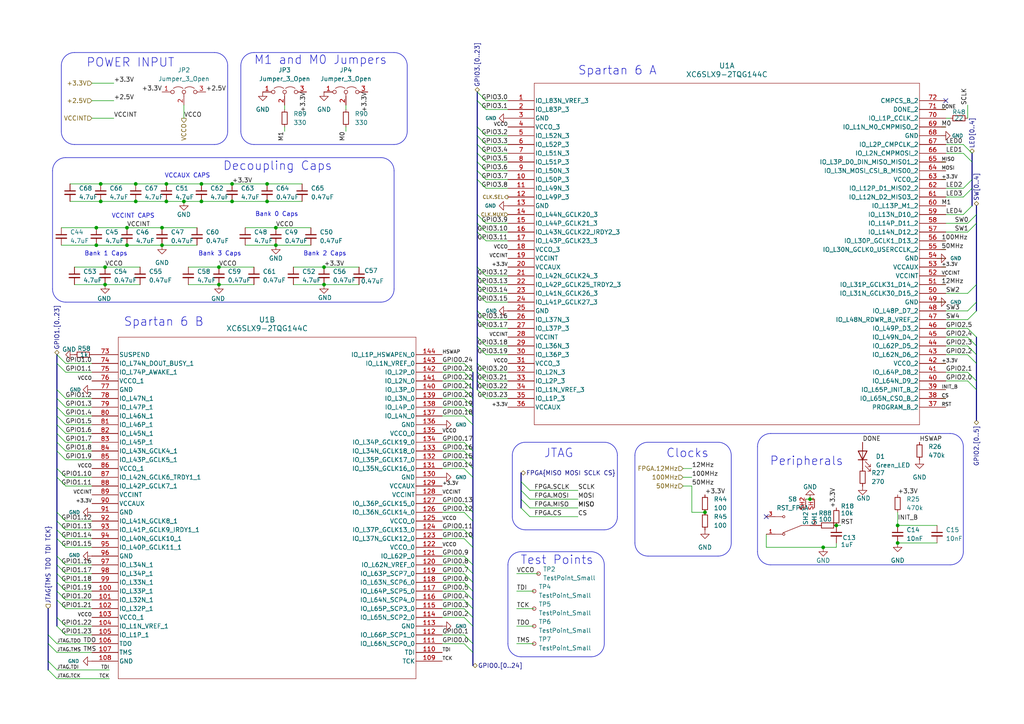
<source format=kicad_sch>
(kicad_sch (version 20250114) (generator "eeschema") (generator_version "9.0")
  (paper "A4")
  (title_block (title "Spartan 6 and Peripherals") (date "2025-08-27") (rev "V1.0"))
  (arc (start 171.45 160.02) (mid 174.1441 161.1359) (end 175.26 163.83))
  (arc (start 21.59 41.91) (mid 18.8959 40.7941) (end 17.78 38.1))
  (arc (start 152.4 153.67) (mid 149.7059 152.5541) (end 148.59 149.86))
  (arc (start 15.24 49.53) (mid 16.3559 46.8359) (end 19.05 45.72))
  (arc (start 62.23 15.24) (mid 64.9241 16.3559) (end 66.04 19.05))
  (arc (start 114.3 15.24) (mid 116.9941 16.3559) (end 118.11 19.05))
  (arc (start 151.13 190.5) (mid 148.4359 189.3841) (end 147.32 186.69))
  (arc (start 219.71 129.54) (mid 220.8259 126.8459) (end 223.52 125.73))
  (arc (start 179.07 149.86) (mid 177.9541 152.5541) (end 175.26 153.67))
  (arc (start 69.85 19.05) (mid 70.9659 16.3559) (end 73.66 15.24))
  (arc (start 223.52 163.83) (mid 220.8259 162.7141) (end 219.71 160.02))
  (arc (start 187.96 161.29) (mid 185.2659 160.1741) (end 184.15 157.48))
  (arc (start 148.59 132.08) (mid 149.7059 129.3859) (end 152.4 128.27))
  (arc (start 279.4 160.02) (mid 278.2841 162.7141) (end 275.59 163.83))
  (arc (start 184.15 132.08) (mid 185.2659 129.3859) (end 187.96 128.27))
  (arc (start 175.26 128.27) (mid 177.9541 129.3859) (end 179.07 132.08))
  (arc (start 66.04 38.1) (mid 64.9241 40.7941) (end 62.23 41.91))
  (arc (start 147.32 163.83) (mid 148.4359 161.1359) (end 151.13 160.02))
  (arc (start 208.28 128.27) (mid 210.9741 129.3859) (end 212.09 132.08))
  (arc (start 118.11 38.1) (mid 116.9941 40.7941) (end 114.3 41.91))
  (arc (start 212.09 157.48) (mid 210.9741 160.1741) (end 208.28 161.29))
  (arc (start 275.59 125.73) (mid 278.2841 126.8459) (end 279.4 129.54))
  (arc (start 19.05 87.63) (mid 16.3559 86.5141) (end 15.24 83.82))
  (arc (start 175.26 186.69) (mid 174.1441 189.3841) (end 171.45 190.5))
  (arc (start 73.66 41.91) (mid 70.9659 40.7941) (end 69.85 38.1))
  (arc (start 114.3 83.82) (mid 113.1841 86.5141) (end 110.49 87.63))
  (arc (start 110.49 45.72) (mid 113.1841 46.8359) (end 114.3 49.53))
  (arc (start 17.78 19.05) (mid 18.8959 16.3559) (end 21.59 15.24))
  (text "POWER INPUT" (at 37.846 18.288 0) (effects (font (size 2.5 2.5))))
  (text "VCCAUX CAPS" (at 54.356 51.054 0) (effects (font (size 1.27 1.27))))
  (text "Test Points" (at 161.544 162.56 0) (effects (font (size 2.5 2.5))))
  (text "Peripherals" (at 233.934 133.858 0) (effects (font (size 2.5 2.5))))
  (text "Bank 0 Caps" (at 80.264 62.23 0) (effects (font (size 1.27 1.27))))
  (text "Bank 2 Caps" (at 94.234 73.66 0) (effects (font (size 1.27 1.27))))
  (text "Bank 1 Caps" (at 30.734 73.66 0) (effects (font (size 1.27 1.27))))
  (text "Bank 3 Caps" (at 63.754 73.66 0) (effects (font (size 1.27 1.27))))
  (text "Decoupling Caps" (at 80.518 48.26 0) (effects (font (size 2.5 2.5))))
  (text "Spartan 6 A" (at 179.07 20.574 0) (effects (font (size 2.5 2.5))))
  (text "M1 and M0 Jumpers" (at 92.964 17.526 0) (effects (font (size 2.5 2.5))))
  (text "VCCINT CAPS" (at 38.608 62.738 0) (effects (font (size 1.27 1.27))))
  (text "Spartan 6 B\n" (at 47.498 93.472 0) (effects (font (size 2.5 2.5))))
  (text "Clocks" (at 199.39 131.572 0) (effects (font (size 2.5 2.5))))
  (text "JTAG" (at 162.052 131.572 0) (effects (font (size 2.5 2.5))))
  (junction (at 27.94 66.04))
  (junction (at 48.26 53.34))
  (junction (at 234.95 144.78))
  (junction (at 67.31 53.34))
  (junction (at 36.83 66.04))
  (junction (at 63.5 82.55))
  (junction (at 29.21 58.42))
  (junction (at 80.01 66.04))
  (junction (at 93.98 77.47))
  (junction (at 46.99 71.12))
  (junction (at 260.35 157.48))
  (junction (at 260.35 152.4))
  (junction (at 58.42 53.34))
  (junction (at 53.34 58.42))
  (junction (at 242.57 152.4))
  (junction (at 46.99 66.04))
  (junction (at 39.37 58.42))
  (junction (at 29.21 53.34))
  (junction (at 77.47 58.42))
  (junction (at 58.42 58.42))
  (junction (at 27.94 71.12))
  (junction (at 67.31 58.42))
  (junction (at 77.47 53.34))
  (junction (at 36.83 71.12))
  (junction (at 48.26 58.42))
  (junction (at 39.37 53.34))
  (junction (at 63.5 77.47))
  (junction (at 93.98 82.55))
  (junction (at 80.01 71.12))
  (junction (at 204.47 148.59))
  (junction (at 30.48 82.55))
  (junction (at 238.76 158.75))
  (junction (at 30.48 77.47))
  (no_connect (at 274.32 29.21))
  (no_connect (at 222.25 149.86))
  (bus_entry (at 283.21 82.55) (size -2.54 2.54))
  (bus_entry (at 137.16 120.65) (size -2.54 -2.54))
  (bus_entry (at 137.16 148.59) (size -2.54 -2.54))
  (bus_entry (at 16.51 153.67) (size 2.54 2.54))
  (bus_entry (at 137.16 133.35) (size -2.54 -2.54))
  (bus_entry (at 151.13 144.78) (size 2.54 2.54))
  (bus_entry (at 16.51 156.21) (size 2.54 2.54))
  (bus_entry (at 151.13 142.24) (size 2.54 2.54))
  (bus_entry (at 137.16 163.83) (size -2.54 -2.54))
  (bus_entry (at 283.21 87.63) (size -2.54 2.54))
  (bus_entry (at 138.43 52.07) (size 2.54 2.54))
  (bus_entry (at 137.16 151.13) (size -2.54 -2.54))
  (bus_entry (at 16.51 179.07) (size 2.54 2.54))
  (bus_entry (at 281.94 46.99) (size -2.54 -2.54))
  (bus_entry (at 138.43 67.31) (size 2.54 2.54))
  (bus_entry (at 138.43 80.01) (size 2.54 2.54))
  (bus_entry (at 138.43 85.09) (size 2.54 2.54))
  (bus_entry (at 16.51 151.13) (size 2.54 2.54))
  (bus_entry (at 138.43 49.53) (size 2.54 2.54))
  (bus_entry (at 16.51 135.89) (size 2.54 2.54))
  (bus_entry (at 137.16 156.21) (size -2.54 -2.54))
  (bus_entry (at 137.16 189.23) (size -2.54 -2.54))
  (bus_entry (at 16.51 168.91) (size 2.54 2.54))
  (bus_entry (at 138.43 92.71) (size 2.54 2.54))
  (bus_entry (at 137.16 107.95) (size -2.54 -2.54))
  (bus_entry (at 16.51 123.19) (size 2.54 2.54))
  (bus_entry (at 151.13 139.7) (size 2.54 2.54))
  (bus_entry (at 138.43 39.37) (size 2.54 2.54))
  (bus_entry (at 283.21 105.41) (size -2.54 -2.54))
  (bus_entry (at 16.51 171.45) (size 2.54 2.54))
  (bus_entry (at 138.43 41.91) (size 2.54 2.54))
  (bus_entry (at 281.94 59.69) (size -2.54 2.54))
  (bus_entry (at 137.16 171.45) (size -2.54 -2.54))
  (bus_entry (at 16.51 105.41) (size 2.54 2.54))
  (bus_entry (at 151.13 147.32) (size 2.54 2.54))
  (bus_entry (at 16.51 161.29) (size 2.54 2.54))
  (bus_entry (at 138.43 105.41) (size 2.54 2.54))
  (bus_entry (at 137.16 115.57) (size -2.54 -2.54))
  (bus_entry (at 137.16 135.89) (size -2.54 -2.54))
  (bus_entry (at 16.51 130.81) (size 2.54 2.54))
  (bus_entry (at 137.16 166.37) (size -2.54 -2.54))
  (bus_entry (at 138.43 113.03) (size 2.54 2.54))
  (bus_entry (at 137.16 138.43) (size -2.54 -2.54))
  (bus_entry (at 137.16 113.03) (size -2.54 -2.54))
  (bus_entry (at 137.16 118.11) (size -2.54 -2.54))
  (bus_entry (at 16.51 125.73) (size 2.54 2.54))
  (bus_entry (at 16.51 166.37) (size 2.54 2.54))
  (bus_entry (at 137.16 158.75) (size -2.54 -2.54))
  (bus_entry (at 16.51 128.27) (size 2.54 2.54))
  (bus_entry (at 138.43 62.23) (size 2.54 2.54))
  (bus_entry (at 137.16 168.91) (size -2.54 -2.54))
  (bus_entry (at 16.51 163.83) (size 2.54 2.54))
  (bus_entry (at 283.21 64.77) (size -2.54 2.54))
  (bus_entry (at 16.51 113.03) (size 2.54 2.54))
  (bus_entry (at 138.43 107.95) (size 2.54 2.54))
  (bus_entry (at 13.97 184.15) (size 2.54 2.54))
  (bus_entry (at 16.51 148.59) (size 2.54 2.54))
  (bus_entry (at 138.43 90.17) (size 2.54 2.54))
  (bus_entry (at 16.51 181.61) (size 2.54 2.54))
  (bus_entry (at 283.21 102.87) (size -2.54 -2.54))
  (bus_entry (at 281.94 52.07) (size -2.54 2.54))
  (bus_entry (at 16.51 102.87) (size 2.54 2.54))
  (bus_entry (at 13.97 191.77) (size 2.54 2.54))
  (bus_entry (at 138.43 82.55) (size 2.54 2.54))
  (bus_entry (at 137.16 186.69) (size -2.54 -2.54))
  (bus_entry (at 13.97 194.31) (size 2.54 2.54))
  (bus_entry (at 138.43 100.33) (size 2.54 2.54))
  (bus_entry (at 137.16 123.19) (size -2.54 -2.54))
  (bus_entry (at 16.51 173.99) (size 2.54 2.54))
  (bus_entry (at 283.21 100.33) (size -2.54 -2.54))
  (bus_entry (at 281.94 54.61) (size -2.54 2.54))
  (bus_entry (at 283.21 90.17) (size -2.54 2.54))
  (bus_entry (at 138.43 110.49) (size 2.54 2.54))
  (bus_entry (at 138.43 97.79) (size 2.54 2.54))
  (bus_entry (at 16.51 138.43) (size 2.54 2.54))
  (bus_entry (at 138.43 44.45) (size 2.54 2.54))
  (bus_entry (at 137.16 181.61) (size -2.54 -2.54))
  (bus_entry (at 138.43 46.99) (size 2.54 2.54))
  (bus_entry (at 283.21 113.03) (size -2.54 -2.54))
  (bus_entry (at 283.21 110.49) (size -2.54 -2.54))
  (bus_entry (at 137.16 179.07) (size -2.54 -2.54))
  (bus_entry (at 138.43 36.83) (size 2.54 2.54))
  (bus_entry (at 138.43 77.47) (size 2.54 2.54))
  (bus_entry (at 137.16 176.53) (size -2.54 -2.54))
  (bus_entry (at 16.51 120.65) (size 2.54 2.54))
  (bus_entry (at 13.97 186.69) (size 2.54 2.54))
  (bus_entry (at 138.43 29.21) (size 2.54 2.54))
  (bus_entry (at 281.94 44.45) (size -2.54 -2.54))
  (bus_entry (at 16.51 115.57) (size 2.54 2.54))
  (bus_entry (at 283.21 62.23) (size -2.54 2.54))
  (bus_entry (at 283.21 97.79) (size -2.54 -2.54))
  (bus_entry (at 138.43 26.67) (size 2.54 2.54))
  (bus_entry (at 137.16 173.99) (size -2.54 -2.54))
  (bus_entry (at 137.16 110.49) (size -2.54 -2.54))
  (bus_entry (at 137.16 130.81) (size -2.54 -2.54))
  (bus_entry (at 138.43 64.77) (size 2.54 2.54))
  (bus_entry (at 16.51 118.11) (size 2.54 2.54))
  (wire (pts (xy 19.05 163.83) (xy 26.67 163.83)))
  (polyline (pts (xy 152.4 128.27) (xy 175.26 128.27)))
  (wire (pts (xy 128.27 133.35) (xy 134.62 133.35)))
  (wire (pts (xy 274.32 46.99) (xy 273.05 46.99)))
  (wire (pts (xy 274.32 31.75) (xy 273.05 31.75)))
  (wire (pts (xy 27.94 71.12) (xy 36.83 71.12)))
  (bus (pts (xy 16.51 153.67) (xy 16.51 156.21)))
  (bus (pts (xy 137.16 138.43) (xy 137.16 148.59)))
  (bus (pts (xy 283.21 100.33) (xy 283.21 102.87)))
  (bus (pts (xy 283.21 87.63) (xy 283.21 90.17)))
  (wire (pts (xy 149.86 166.37) (xy 156.21 166.37)))
  (bus (pts (xy 138.43 49.53) (xy 138.43 52.07)))
  (wire (pts (xy 274.32 92.71) (xy 280.67 92.71)))
  (bus (pts (xy 137.16 120.65) (xy 137.16 123.19)))
  (wire (pts (xy 140.97 49.53) (xy 147.32 49.53)))
  (wire (pts (xy 128.27 110.49) (xy 134.62 110.49)))
  (bus (pts (xy 16.51 171.45) (xy 16.51 173.99)))
  (wire (pts (xy 140.97 44.45) (xy 147.32 44.45)))
  (bus (pts (xy 137.16 168.91) (xy 137.16 171.45)))
  (bus (pts (xy 151.13 139.7) (xy 151.13 142.24)))
  (wire (pts (xy 134.62 146.05) (xy 128.27 146.05)))
  (polyline (pts (xy 179.07 132.08) (xy 179.07 149.86)))
  (wire (pts (xy 128.27 166.37) (xy 134.62 166.37)))
  (bus (pts (xy 138.43 26.67) (xy 138.43 29.21)))
  (wire (pts (xy 274.32 34.29) (xy 275.59 34.29)))
  (bus (pts (xy 16.51 123.19) (xy 16.51 125.73)))
  (polyline (pts (xy 175.26 163.83) (xy 175.26 186.69)))
  (bus (pts (xy 16.51 118.11) (xy 16.51 120.65)))
  (wire (pts (xy 274.32 64.77) (xy 280.67 64.77)))
  (wire (pts (xy 82.55 30.48) (xy 82.55 31.75)))
  (bus (pts (xy 137.16 135.89) (xy 137.16 138.43)))
  (polyline (pts (xy 151.13 160.02) (xy 171.45 160.02)))
  (bus (pts (xy 283.21 110.49) (xy 283.21 113.03)))
  (wire (pts (xy 274.32 102.87) (xy 280.67 102.87)))
  (bus (pts (xy 16.51 135.89) (xy 16.51 138.43)))
  (polyline (pts (xy 15.24 49.53) (xy 15.24 83.82)))
  (bus (pts (xy 16.51 163.83) (xy 16.51 166.37)))
  (bus (pts (xy 151.13 137.16) (xy 151.13 139.7)))
  (wire (pts (xy 19.05 123.19) (xy 26.67 123.19)))
  (wire (pts (xy 274.32 80.01) (xy 273.05 80.01)))
  (bus (pts (xy 137.16 179.07) (xy 137.16 181.61)))
  (wire (pts (xy 140.97 31.75) (xy 147.32 31.75)))
  (wire (pts (xy 128.27 118.11) (xy 134.62 118.11)))
  (bus (pts (xy 13.97 191.77) (xy 13.97 194.31)))
  (wire (pts (xy 19.05 173.99) (xy 26.67 173.99)))
  (wire (pts (xy 260.35 148.59) (xy 260.35 152.4)))
  (bus (pts (xy 138.43 29.21) (xy 138.43 36.83)))
  (wire (pts (xy 48.26 58.42) (xy 53.34 58.42)))
  (bus (pts (xy 138.43 80.01) (xy 138.43 82.55)))
  (bus (pts (xy 138.43 46.99) (xy 138.43 49.53)))
  (wire (pts (xy 20.32 58.42) (xy 29.21 58.42)))
  (wire (pts (xy 149.86 186.69) (xy 154.94 186.69)))
  (bus (pts (xy 16.51 105.41) (xy 16.51 113.03)))
  (wire (pts (xy 274.32 118.11) (xy 273.05 118.11)))
  (bus (pts (xy 16.51 151.13) (xy 16.51 153.67)))
  (bus (pts (xy 137.16 176.53) (xy 137.16 179.07)))
  (wire (pts (xy 19.05 140.97) (xy 26.67 140.97)))
  (wire (pts (xy 274.32 85.09) (xy 280.67 85.09)))
  (bus (pts (xy 137.16 181.61) (xy 137.16 186.69)))
  (wire (pts (xy 19.05 176.53) (xy 26.67 176.53)))
  (wire (pts (xy 19.05 153.67) (xy 26.67 153.67)))
  (wire (pts (xy 19.05 115.57) (xy 26.67 115.57)))
  (wire (pts (xy 140.97 80.01) (xy 147.32 80.01)))
  (wire (pts (xy 140.97 115.57) (xy 147.32 115.57)))
  (wire (pts (xy 19.05 118.11) (xy 26.67 118.11)))
  (wire (pts (xy 274.32 52.07) (xy 273.05 52.07)))
  (wire (pts (xy 67.31 58.42) (xy 77.47 58.42)))
  (polyline (pts (xy 114.3 49.53) (xy 114.3 83.82)))
  (polyline (pts (xy 223.52 125.73) (xy 275.59 125.73)))
  (wire (pts (xy 274.32 74.93) (xy 271.78 74.93)))
  (wire (pts (xy 140.97 67.31) (xy 147.32 67.31)))
  (wire (pts (xy 134.62 130.81) (xy 128.27 130.81)))
  (bus (pts (xy 283.21 102.87) (xy 283.21 105.41)))
  (polyline (pts (xy 184.15 132.08) (xy 184.15 157.48)))
  (bus (pts (xy 281.94 52.07) (xy 281.94 54.61)))
  (wire (pts (xy 19.05 107.95) (xy 26.67 107.95)))
  (wire (pts (xy 19.05 181.61) (xy 26.67 181.61)))
  (polyline (pts (xy 73.66 41.91) (xy 114.3 41.91)))
  (wire (pts (xy 19.05 130.81) (xy 26.67 130.81)))
  (wire (pts (xy 128.27 107.95) (xy 134.62 107.95)))
  (wire (pts (xy 140.97 29.21) (xy 147.32 29.21)))
  (bus (pts (xy 137.16 148.59) (xy 137.16 151.13)))
  (wire (pts (xy 19.05 105.41) (xy 26.67 105.41)))
  (polyline (pts (xy 187.96 128.27) (xy 208.28 128.27)))
  (bus (pts (xy 16.51 173.99) (xy 16.51 179.07)))
  (bus (pts (xy 138.43 90.17) (xy 138.43 92.71)))
  (wire (pts (xy 36.83 66.04) (xy 46.99 66.04)))
  (bus (pts (xy 16.51 148.59) (xy 16.51 151.13)))
  (bus (pts (xy 137.16 113.03) (xy 137.16 115.57)))
  (wire (pts (xy 27.94 66.04) (xy 36.83 66.04)))
  (wire (pts (xy 53.34 30.48) (xy 53.34 34.29)))
  (bus (pts (xy 138.43 44.45) (xy 138.43 46.99)))
  (bus (pts (xy 13.97 184.15) (xy 13.97 186.69)))
  (wire (pts (xy 274.32 82.55) (xy 273.05 82.55)))
  (wire (pts (xy 128.27 105.41) (xy 134.62 105.41)))
  (wire (pts (xy 242.57 152.4) (xy 243.84 152.4)))
  (polyline (pts (xy 21.59 41.91) (xy 62.23 41.91)))
  (wire (pts (xy 39.37 58.42) (xy 48.26 58.42)))
  (bus (pts (xy 13.97 176.53) (xy 13.97 184.15)))
  (wire (pts (xy 280.67 95.25) (xy 274.32 95.25)))
  (wire (pts (xy 274.32 77.47) (xy 273.05 77.47)))
  (wire (pts (xy 30.48 77.47) (xy 40.64 77.47)))
  (wire (pts (xy 100.33 36.83) (xy 100.33 38.1)))
  (bus (pts (xy 16.51 161.29) (xy 16.51 163.83)))
  (polyline (pts (xy 73.66 15.24) (xy 114.3 15.24)))
  (wire (pts (xy 80.01 71.12) (xy 90.17 71.12)))
  (wire (pts (xy 134.62 173.99) (xy 128.27 173.99)))
  (wire (pts (xy 274.32 41.91) (xy 279.4 41.91)))
  (wire (pts (xy 93.98 77.47) (xy 104.14 77.47)))
  (bus (pts (xy 138.43 41.91) (xy 138.43 44.45)))
  (wire (pts (xy 140.97 64.77) (xy 147.32 64.77)))
  (wire (pts (xy 242.57 158.75) (xy 242.57 157.48)))
  (bus (pts (xy 137.16 115.57) (xy 137.16 118.11)))
  (wire (pts (xy 128.27 163.83) (xy 134.62 163.83)))
  (wire (pts (xy 58.42 53.34) (xy 67.31 53.34)))
  (polyline (pts (xy 148.59 149.86) (xy 148.59 132.08)))
  (wire (pts (xy 20.32 53.34) (xy 29.21 53.34)))
  (wire (pts (xy 21.59 77.47) (xy 30.48 77.47)))
  (wire (pts (xy 30.48 82.55) (xy 40.64 82.55)))
  (wire (pts (xy 134.62 171.45) (xy 128.27 171.45)))
  (bus (pts (xy 16.51 166.37) (xy 16.51 168.91)))
  (polyline (pts (xy 152.4 153.67) (xy 175.26 153.67)))
  (wire (pts (xy 19.05 156.21) (xy 26.67 156.21)))
  (wire (pts (xy 274.32 54.61) (xy 279.4 54.61)))
  (wire (pts (xy 19.05 151.13) (xy 26.67 151.13)))
  (wire (pts (xy 16.51 196.85) (xy 31.75 196.85)))
  (wire (pts (xy 140.97 52.07) (xy 147.32 52.07)))
  (wire (pts (xy 48.26 53.34) (xy 58.42 53.34)))
  (wire (pts (xy 26.67 34.29) (xy 33.02 34.29)))
  (wire (pts (xy 85.09 77.47) (xy 93.98 77.47)))
  (wire (pts (xy 29.21 58.42) (xy 39.37 58.42)))
  (wire (pts (xy 222.25 154.94) (xy 222.25 158.75)))
  (wire (pts (xy 54.61 77.47) (xy 63.5 77.47)))
  (bus (pts (xy 16.51 130.81) (xy 16.51 135.89)))
  (wire (pts (xy 149.86 181.61) (xy 154.94 181.61)))
  (wire (pts (xy 140.97 95.25) (xy 147.32 95.25)))
  (wire (pts (xy 128.27 168.91) (xy 134.62 168.91)))
  (bus (pts (xy 138.43 39.37) (xy 138.43 41.91)))
  (polyline (pts (xy 118.11 19.05) (xy 118.11 38.1)))
  (bus (pts (xy 16.51 120.65) (xy 16.51 123.19)))
  (wire (pts (xy 16.51 189.23) (xy 26.67 189.23)))
  (wire (pts (xy 80.01 66.04) (xy 90.17 66.04)))
  (polyline (pts (xy 212.09 132.08) (xy 212.09 157.48)))
  (bus (pts (xy 138.43 85.09) (xy 138.43 90.17)))
  (wire (pts (xy 280.67 100.33) (xy 274.32 100.33)))
  (bus (pts (xy 138.43 105.41) (xy 138.43 107.95)))
  (wire (pts (xy 128.27 184.15) (xy 134.62 184.15)))
  (wire (pts (xy 19.05 133.35) (xy 26.67 133.35)))
  (wire (pts (xy 140.97 54.61) (xy 147.32 54.61)))
  (wire (pts (xy 149.86 171.45) (xy 154.94 171.45)))
  (wire (pts (xy 274.32 67.31) (xy 280.67 67.31)))
  (bus (pts (xy 138.43 64.77) (xy 138.43 67.31)))
  (bus (pts (xy 138.43 77.47) (xy 138.43 80.01)))
  (wire (pts (xy 274.32 36.83) (xy 273.05 36.83)))
  (bus (pts (xy 137.16 158.75) (xy 137.16 163.83)))
  (wire (pts (xy 274.32 49.53) (xy 273.05 49.53)))
  (wire (pts (xy 85.09 82.55) (xy 93.98 82.55)))
  (bus (pts (xy 138.43 36.83) (xy 138.43 39.37)))
  (wire (pts (xy 140.97 100.33) (xy 147.32 100.33)))
  (bus (pts (xy 16.51 179.07) (xy 16.51 181.61)))
  (wire (pts (xy 19.05 128.27) (xy 26.67 128.27)))
  (wire (pts (xy 19.05 158.75) (xy 26.67 158.75)))
  (wire (pts (xy 19.05 138.43) (xy 26.67 138.43)))
  (wire (pts (xy 19.05 166.37) (xy 26.67 166.37)))
  (wire (pts (xy 128.27 120.65) (xy 134.62 120.65)))
  (polyline (pts (xy 279.4 129.54) (xy 279.4 160.02)))
  (wire (pts (xy 58.42 58.42) (xy 67.31 58.42)))
  (polyline (pts (xy 187.96 161.29) (xy 208.28 161.29)))
  (wire (pts (xy 153.67 149.86) (xy 167.64 149.86)))
  (wire (pts (xy 19.05 184.15) (xy 26.67 184.15)))
  (wire (pts (xy 26.67 29.21) (xy 33.02 29.21)))
  (bus (pts (xy 283.21 97.79) (xy 283.21 100.33)))
  (wire (pts (xy 29.21 53.34) (xy 39.37 53.34)))
  (wire (pts (xy 36.83 71.12) (xy 46.99 71.12)))
  (wire (pts (xy 16.51 186.69) (xy 26.67 186.69)))
  (wire (pts (xy 46.99 66.04) (xy 57.15 66.04)))
  (wire (pts (xy 100.33 30.48) (xy 100.33 31.75)))
  (wire (pts (xy 134.62 179.07) (xy 128.27 179.07)))
  (wire (pts (xy 128.27 153.67) (xy 134.62 153.67)))
  (wire (pts (xy 274.32 44.45) (xy 279.4 44.45)))
  (bus (pts (xy 137.16 171.45) (xy 137.16 173.99)))
  (bus (pts (xy 283.21 105.41) (xy 283.21 110.49)))
  (polyline (pts (xy 19.05 87.63) (xy 110.49 87.63)))
  (wire (pts (xy 140.97 113.03) (xy 147.32 113.03)))
  (polyline (pts (xy 219.71 129.54) (xy 219.71 160.02)))
  (wire (pts (xy 274.32 59.69) (xy 273.05 59.69)))
  (wire (pts (xy 140.97 110.49) (xy 147.32 110.49)))
  (bus (pts (xy 283.21 82.55) (xy 283.21 87.63)))
  (polyline (pts (xy 151.13 190.5) (xy 171.45 190.5)))
  (wire (pts (xy 280.67 34.29) (xy 280.67 30.48)))
  (wire (pts (xy 128.27 135.89) (xy 134.62 135.89)))
  (polyline (pts (xy 21.59 15.24) (xy 62.23 15.24)))
  (wire (pts (xy 274.32 57.15) (xy 279.4 57.15)))
  (bus (pts (xy 137.16 123.19) (xy 137.16 130.81)))
  (wire (pts (xy 63.5 82.55) (xy 73.66 82.55)))
  (polyline (pts (xy 17.78 19.05) (xy 17.78 38.1)))
  (bus (pts (xy 138.43 92.71) (xy 138.43 97.79)))
  (wire (pts (xy 198.12 135.89) (xy 200.66 135.89)))
  (bus (pts (xy 137.16 163.83) (xy 137.16 166.37)))
  (wire (pts (xy 280.67 110.49) (xy 274.32 110.49)))
  (wire (pts (xy 153.67 144.78) (xy 167.64 144.78)))
  (bus (pts (xy 151.13 142.24) (xy 151.13 144.78)))
  (bus (pts (xy 283.21 62.23) (xy 283.21 64.77)))
  (wire (pts (xy 140.97 82.55) (xy 147.32 82.55)))
  (polyline (pts (xy 66.04 19.05) (xy 66.04 38.1)))
  (wire (pts (xy 21.59 82.55) (xy 30.48 82.55)))
  (bus (pts (xy 138.43 107.95) (xy 138.43 110.49)))
  (wire (pts (xy 93.98 82.55) (xy 104.14 82.55)))
  (wire (pts (xy 274.32 113.03) (xy 273.05 113.03)))
  (bus (pts (xy 138.43 67.31) (xy 138.43 77.47)))
  (bus (pts (xy 138.43 62.23) (xy 138.43 64.77)))
  (bus (pts (xy 16.51 125.73) (xy 16.51 128.27)))
  (wire (pts (xy 140.97 41.91) (xy 147.32 41.91)))
  (wire (pts (xy 19.05 171.45) (xy 26.67 171.45)))
  (wire (pts (xy 140.97 85.09) (xy 147.32 85.09)))
  (polyline (pts (xy 147.32 163.83) (xy 147.32 186.69)))
  (wire (pts (xy 238.76 158.75) (xy 242.57 158.75)))
  (polyline (pts (xy 223.52 163.83) (xy 275.59 163.83)))
  (wire (pts (xy 26.67 24.13) (xy 33.02 24.13)))
  (wire (pts (xy 17.78 71.12) (xy 27.94 71.12)))
  (bus (pts (xy 13.97 186.69) (xy 13.97 191.77)))
  (bus (pts (xy 16.51 113.03) (xy 16.51 115.57)))
  (wire (pts (xy 53.34 58.42) (xy 58.42 58.42)))
  (wire (pts (xy 274.32 72.39) (xy 273.05 72.39)))
  (wire (pts (xy 128.27 128.27) (xy 134.62 128.27)))
  (bus (pts (xy 16.51 138.43) (xy 16.51 148.59)))
  (bus (pts (xy 137.16 130.81) (xy 137.16 133.35)))
  (wire (pts (xy 274.32 62.23) (xy 279.4 62.23)))
  (wire (pts (xy 274.32 105.41) (xy 273.05 105.41)))
  (bus (pts (xy 16.51 102.87) (xy 16.51 105.41)))
  (wire (pts (xy 140.97 107.95) (xy 147.32 107.95)))
  (wire (pts (xy 140.97 39.37) (xy 147.32 39.37)))
  (wire (pts (xy 149.86 176.53) (xy 154.94 176.53)))
  (wire (pts (xy 77.47 58.42) (xy 87.63 58.42)))
  (bus (pts (xy 137.16 110.49) (xy 137.16 113.03)))
  (bus (pts (xy 16.51 168.91) (xy 16.51 171.45)))
  (wire (pts (xy 222.25 158.75) (xy 238.76 158.75)))
  (bus (pts (xy 137.16 156.21) (xy 137.16 158.75)))
  (wire (pts (xy 71.12 66.04) (xy 80.01 66.04)))
  (wire (pts (xy 67.31 53.34) (xy 77.47 53.34)))
  (bus (pts (xy 138.43 100.33) (xy 138.43 105.41)))
  (bus (pts (xy 16.51 128.27) (xy 16.51 130.81)))
  (wire (pts (xy 274.32 97.79) (xy 280.67 97.79)))
  (wire (pts (xy 233.68 144.78) (xy 234.95 144.78)))
  (wire (pts (xy 134.62 176.53) (xy 128.27 176.53)))
  (wire (pts (xy 200.66 140.97) (xy 200.66 148.59)))
  (bus (pts (xy 137.16 166.37) (xy 137.16 168.91)))
  (bus (pts (xy 16.51 156.21) (xy 16.51 161.29)))
  (wire (pts (xy 140.97 92.71) (xy 147.32 92.71)))
  (wire (pts (xy 140.97 87.63) (xy 147.32 87.63)))
  (bus (pts (xy 138.43 97.79) (xy 138.43 100.33)))
  (wire (pts (xy 128.27 148.59) (xy 134.62 148.59)))
  (wire (pts (xy 19.05 120.65) (xy 26.67 120.65)))
  (wire (pts (xy 128.27 161.29) (xy 134.62 161.29)))
  (wire (pts (xy 234.95 144.78) (xy 236.22 144.78)))
  (bus (pts (xy 138.43 82.55) (xy 138.43 85.09)))
  (bus (pts (xy 138.43 110.49) (xy 138.43 113.03)))
  (bus (pts (xy 137.16 118.11) (xy 137.16 120.65)))
  (wire (pts (xy 153.67 147.32) (xy 167.64 147.32)))
  (bus (pts (xy 281.94 46.99) (xy 281.94 52.07)))
  (bus (pts (xy 283.21 64.77) (xy 283.21 82.55)))
  (wire (pts (xy 63.5 77.47) (xy 73.66 77.47)))
  (wire (pts (xy 19.05 168.91) (xy 26.67 168.91)))
  (wire (pts (xy 274.32 90.17) (xy 280.67 90.17)))
  (wire (pts (xy 198.12 140.97) (xy 200.66 140.97)))
  (wire (pts (xy 71.12 71.12) (xy 80.01 71.12)))
  (wire (pts (xy 17.78 66.04) (xy 27.94 66.04)))
  (wire (pts (xy 128.27 186.69) (xy 134.62 186.69)))
  (bus (pts (xy 151.13 144.78) (xy 151.13 147.32)))
  (wire (pts (xy 260.35 152.4) (xy 271.78 152.4)))
  (wire (pts (xy 280.67 107.95) (xy 274.32 107.95)))
  (wire (pts (xy 134.62 115.57) (xy 128.27 115.57)))
  (wire (pts (xy 140.97 46.99) (xy 147.32 46.99)))
  (wire (pts (xy 260.35 157.48) (xy 271.78 157.48)))
  (wire (pts (xy 274.32 87.63) (xy 271.78 87.63)))
  (bus (pts (xy 137.16 151.13) (xy 137.16 156.21)))
  (wire (pts (xy 82.55 36.83) (xy 82.55 38.1)))
  (wire (pts (xy 54.61 82.55) (xy 63.5 82.55)))
  (wire (pts (xy 274.32 115.57) (xy 273.05 115.57)))
  (wire (pts (xy 200.66 148.59) (xy 204.47 148.59)))
  (wire (pts (xy 198.12 138.43) (xy 200.66 138.43)))
  (bus (pts (xy 137.16 133.35) (xy 137.16 135.89)))
  (wire (pts (xy 128.27 113.03) (xy 134.62 113.03)))
  (bus (pts (xy 283.21 113.03) (xy 283.21 121.92)))
  (bus (pts (xy 137.16 189.23) (xy 137.16 193.04)))
  (polyline (pts (xy 69.85 19.05) (xy 69.85 38.1)))
  (bus (pts (xy 281.94 44.45) (xy 281.94 46.99)))
  (bus (pts (xy 281.94 54.61) (xy 281.94 59.69)))
  (wire (pts (xy 19.05 125.73) (xy 26.67 125.73)))
  (bus (pts (xy 137.16 173.99) (xy 137.16 176.53)))
  (wire (pts (xy 140.97 69.85) (xy 147.32 69.85)))
  (bus (pts (xy 138.43 52.07) (xy 138.43 62.23)))
  (bus (pts (xy 283.21 59.69) (xy 283.21 62.23)))
  (bus (pts (xy 137.16 186.69) (xy 137.16 189.23)))
  (wire (pts (xy 16.51 194.31) (xy 31.75 194.31)))
  (wire (pts (xy 153.67 142.24) (xy 167.64 142.24)))
  (wire (pts (xy 39.37 53.34) (xy 48.26 53.34)))
  (wire (pts (xy 128.27 156.21) (xy 134.62 156.21)))
  (wire (pts (xy 140.97 102.87) (xy 147.32 102.87)))
  (bus (pts (xy 16.51 115.57) (xy 16.51 118.11)))
  (wire (pts (xy 274.32 69.85) (xy 273.05 69.85)))
  (wire (pts (xy 46.99 71.12) (xy 57.15 71.12)))
  (wire (pts (xy 77.47 53.34) (xy 87.63 53.34)))
  (bus (pts (xy 137.16 107.95) (xy 137.16 110.49)))
  (wire (pts (xy 274.32 39.37) (xy 273.05 39.37)))
  (polyline (pts (xy 19.05 45.72) (xy 110.49 45.72)))
  (label "JTAG.TDO" (at 16.51 186.69 0) (effects (font (size 1.016 1.016))))
  (label "GPIO1.20" (at 26.67 173.99 180))
  (label "+3.3V" (at 147.32 118.11 180) (effects (font (size 1.016 1.016))))
  (label "GPIO1.18" (at 26.67 168.91 180))
  (label "GPIO0.2" (at 128.27 179.07 0))
  (label "GPIO0.12" (at 128.27 148.59 0))
  (label "GPIO1.23" (at 26.67 184.15 180))
  (label "50MHz" (at 273.05 72.39 0))
  (label "100MHz" (at 200.66 138.43 0))
  (label "GPIO3.23" (at 147.32 115.57 180))
  (label "VCCINT" (at 147.32 97.79 180) (effects (font (size 1.016 1.016))))
  (label "LED1" (at 274.32 44.45 0))
  (label "GPIO3.21" (at 147.32 110.49 180))
  (label "GPIO3.8" (at 147.32 54.61 180))
  (label "VCCINT" (at 36.83 66.04 0))
  (label "GPIO1.9" (at 26.67 133.35 180))
  (label "GPIO0.16" (at 128.27 130.81 0))
  (label "MISO" (at 167.64 147.32 0))
  (label "GPIO0.0" (at 128.27 186.69 0))
  (label "100MHz" (at 273.05 69.85 0))
  (label "GPIO0.24" (at 128.27 105.41 0))
  (label "GPIO2.4" (at 274.32 97.79 0))
  (label "TCK" (at 31.75 196.85 180) (effects (font (size 1.016 1.016))))
  (label "SW0" (at 276.86 64.77 0))
  (label "MISO" (at 167.64 147.32 0))
  (label "GPIO1.11" (at 26.67 140.97 180))
  (label "RST" (at 243.84 152.4 0))
  (label "HSWAP" (at 128.27 102.87 0) (effects (font (size 1.016 1.016))))
  (label "GPIO1.13" (at 26.67 153.67 180))
  (label "VCCINT" (at 147.32 74.93 180) (effects (font (size 1.016 1.016))))
  (label "GPIO1.17" (at 26.67 166.37 180))
  (label "GPIO0.3" (at 128.27 176.53 0))
  (label "GPIO3.20" (at 147.32 107.95 180))
  (label "+3.3V" (at 273.05 52.07 0) (effects (font (size 1.016 1.016))))
  (label "GPIO2.5" (at 274.32 95.25 0))
  (label "VCCINT" (at 33.02 34.29 0))
  (label "GPIO0.22" (at 128.27 110.49 0))
  (label "GPIO1.16" (at 26.67 163.83 180))
  (label "TDI" (at 149.86 171.45 0))
  (label "GPIO1.15" (at 26.67 158.75 180))
  (label "MOSI" (at 273.05 49.53 0) (effects (font (size 1.016 1.016))))
  (label "+3.3V" (at 273.05 105.41 0) (effects (font (size 1.016 1.016))))
  (label "GPIO3.0" (at 147.32 29.21 180))
  (label "GPIO1.4" (at 26.67 120.65 180))
  (label "CS" (at 273.05 115.57 0) (effects (font (size 1.016 1.016))))
  (label "VCCO" (at 30.48 77.47 0))
  (label "GPIO3.1" (at 147.32 31.75 180))
  (label "+2.5V" (at 59.69 26.67 0))
  (label "GPIO3.10" (at 147.32 67.31 180))
  (label "+3.3V" (at 26.67 146.05 180) (effects (font (size 1.016 1.016))))
  (label "GPIO0.14" (at 128.27 135.89 0))
  (label "GPIO3.3" (at 147.32 41.91 180))
  (label "HSWAP" (at 266.7 128.27 0))
  (label "GPIO1.8" (at 26.67 130.81 180))
  (label "GPIO3.12" (at 147.32 80.01 180))
  (label "VCCINT" (at 273.05 80.01 0) (effects (font (size 1.016 1.016))))
  (label "GPIO3.17" (at 147.32 95.25 180))
  (label "GPIO3.4" (at 147.32 44.45 180))
  (label "GPIO0.8" (at 128.27 163.83 0))
  (label "DONE" (at 250.19 128.27 0))
  (label "GPIO1.7" (at 26.67 128.27 180))
  (label "LED2" (at 274.32 54.61 0))
  (label "+3.3V" (at 204.47 143.51 0))
  (label "GPIO0.21" (at 128.27 113.03 0))
  (label "GPIO0.7" (at 128.27 166.37 0))
  (label "GPIO3.15" (at 147.32 87.63 180))
  (label "GPIO3.19" (at 147.32 102.87 180))
  (label "GPIO1.6" (at 26.67 125.73 180))
  (label "+3.3V" (at 93.98 77.47 0))
  (label "VCCO" (at 53.34 34.29 0))
  (label "VCCO" (at 26.67 110.49 180) (effects (font (size 1.016 1.016))))
  (label "VCCO" (at 149.86 166.37 0))
  (label "GPIO3.5" (at 147.32 46.99 180))
  (label "TCK" (at 149.86 176.53 0))
  (label "GPIO2.1" (at 274.32 107.95 0))
  (label "GPIO1.0" (at 26.67 105.41 180))
  (label "GPIO2.3" (at 274.32 100.33 0))
  (label "GPIO0.5" (at 128.27 171.45 0))
  (label "GPIO3.13" (at 147.32 82.55 180))
  (label "GPIO0.1" (at 128.27 184.15 0))
  (label "FPGA.MOSI" (at 154.94 144.78 0))
  (label "+3.3V" (at 273.05 77.47 0) (effects (font (size 1.016 1.016))))
  (label "GPIO3.7" (at 147.32 52.07 180))
  (label "VCCINT" (at 128.27 143.51 0) (effects (font (size 1.016 1.016))))
  (label "MISO" (at 273.05 46.99 0) (effects (font (size 1.016 1.016))))
  (label "TCK" (at 128.27 191.77 0) (effects (font (size 1.016 1.016))))
  (label "VCCO" (at 128.27 125.73 0) (effects (font (size 1.016 1.016))))
  (label "LED0" (at 274.32 41.91 0))
  (label "SCLK" (at 167.64 142.24 0))
  (label "M0" (at 100.33 38.1 270))
  (label "FPGA.SCLK" (at 154.94 142.24 0))
  (label "GPIO0.11" (at 128.27 153.67 0))
  (label "VCCINT" (at 26.67 143.51 180) (effects (font (size 1.016 1.016))))
  (label "VCCO" (at 147.32 105.41 180) (effects (font (size 1.016 1.016))))
  (label "CS" (at 167.64 149.86 0))
  (label "GPIO1.1" (at 26.67 107.95 180))
  (label "M0" (at 273.05 36.83 0))
  (label "TDI" (at 31.75 194.31 180) (effects (font (size 1.016 1.016))))
  (label "TDO" (at 24.13 186.69 0))
  (label "+3.3V" (at 46.99 26.67 180))
  (label "VCCO" (at 26.67 179.07 180) (effects (font (size 1.016 1.016))))
  (label "INIT_B" (at 260.35 151.13 0))
  (label "GPIO3.16" (at 147.32 92.71 180))
  (label "GPIO2.2" (at 274.32 102.87 0))
  (label "GPIO0.6" (at 128.27 168.91 0))
  (label "+3.3V" (at 147.32 77.47 180) (effects (font (size 1.016 1.016))))
  (label "JTAG.TDI" (at 16.51 194.31 0) (effects (font (size 1.016 1.016))))
  (label "SW1" (at 276.86 67.31 0))
  (label "VCCO" (at 26.67 135.89 180) (effects (font (size 1.016 1.016))))
  (label "GPIO3.9" (at 147.32 64.77 180))
  (label "GPIO1.21" (at 26.67 176.53 180))
  (label "FPGA.MISO" (at 154.94 147.32 0))
  (label "JTAG.TCK" (at 16.51 196.85 0) (effects (font (size 1.016 1.016))))
  (label "GPIO1.12" (at 26.67 151.13 180))
  (label "GPIO3.22" (at 147.32 113.03 180))
  (label "SW2" (at 274.32 85.09 0))
  (label "GPIO0.13" (at 128.27 146.05 0))
  (label "GPIO0.9" (at 128.27 161.29 0))
  (label "GPIO0.15" (at 128.27 133.35 0))
  (label "SW4" (at 274.32 92.71 0))
  (label "TMS" (at 24.13 189.23 0))
  (label "VCCO" (at 147.32 72.39 180) (effects (font (size 1.016 1.016))))
  (label "VCCO" (at 80.01 66.04 0))
  (label "+3.3V" (at 33.02 24.13 0))
  (label "+3.3V" (at 67.31 53.34 0))
  (label "GPIO1.22" (at 26.67 181.61 180))
  (label "TDO" (at 149.86 181.61 0))
  (label "GPIO2.0" (at 274.32 110.49 0))
  (label "LED4" (at 274.32 62.23 0))
  (label "GPIO0.23" (at 128.27 107.95 0))
  (label "GPIO0.18" (at 128.27 120.65 0))
  (label "+3.3V" (at 128.27 140.97 0) (effects (font (size 1.016 1.016))))
  (label "FPGA.CS" (at 154.94 149.86 0))
  (label "+2.5V" (at 33.02 29.21 0))
  (label "RST" (at 273.05 118.11 0) (effects (font (size 1.016 1.016))))
  (label "GPIO3.6" (at 147.32 49.53 180))
  (label "GPIO1.10" (at 26.67 138.43 180))
  (label "GPIO3.2" (at 147.32 39.37 180))
  (label "JTAG.TMS" (at 16.51 189.23 0) (effects (font (size 1.016 1.016))))
  (label "M1" (at 273.05 59.69 0))
  (label "M1" (at 82.55 38.1 270))
  (label "+3.3V" (at 242.57 147.32 90))
  (label "+3.3V" (at 106.68 26.67 270))
  (label "GPIO0.10" (at 128.27 156.21 0))
  (label "VCCO" (at 147.32 36.83 180) (effects (font (size 1.016 1.016))))
  (label "GPIO3.14" (at 147.32 85.09 180))
  (label "+3.3V" (at 260.35 143.51 0))
  (label "GPIO1.3" (at 26.67 118.11 180))
  (label "LED3" (at 274.32 57.15 0))
  (label "SW3" (at 274.32 90.17 0))
  (label "GPIO0.17" (at 128.27 128.27 0))
  (label "VCCO" (at 63.5 77.47 0))
  (label "+3.3V" (at 88.9 26.67 270))
  (label "12MHz" (at 200.66 135.89 0))
  (label "GPIO3.18" (at 147.32 100.33 180))
  (label "VCCO" (at 128.27 158.75 0) (effects (font (size 1.016 1.016))))
  (label "INIT_B" (at 273.05 113.03 0) (effects (font (size 1.016 1.016))))
  (label "SCLK" (at 280.67 30.48 90))
  (label "GPIO0.4" (at 128.27 173.99 0))
  (label "50MHz" (at 200.66 140.97 0))
  (label "12MHz" (at 273.05 82.55 0))
  (label "GPIO0.20" (at 128.27 115.57 0))
  (label "VCCO" (at 128.27 151.13 0) (effects (font (size 1.016 1.016))))
  (label "DONE" (at 273.05 31.75 0) (effects (font (size 1.016 1.016))))
  (label "GPIO0.19" (at 128.27 118.11 0))
  (label "GPIO1.2" (at 26.67 115.57 180))
  (label "GPIO1.5" (at 26.67 123.19 180))
  (label "TMS" (at 149.86 186.69 0))
  (label "GPIO1.14" (at 26.67 156.21 180))
  (label "GPIO3.11" (at 147.32 69.85 180))
  (label "GPIO1.19" (at 26.67 171.45 180))
  (label "MOSI" (at 167.64 144.78 0))
  (label "TDI" (at 128.27 189.23 0) (effects (font (size 1.016 1.016))))
  (hierarchical_label "JTAG{TMS TDO TDI TCK}" (shape input) (at 13.97 176.53 90))
  (hierarchical_label "FPGA{MISO MOSI SCLK CS}" (shape bidirectional) (at 151.13 137.16 0))
  (hierarchical_label "GPIO0.[0..24]" (shape bidirectional) (at 137.16 193.04 0))
  (hierarchical_label "FPGA.12MHz" (shape input) (at 198.12 135.89 180))
  (hierarchical_label "GPIO1.[0..23]" (shape bidirectional) (at 16.51 102.87 90))
  (hierarchical_label "CLK.MUX" (shape input) (at 147.32 62.23 180) (effects (font (size 1.016 1.016))))
  (hierarchical_label "LED[0..4]" (shape bidirectional) (at 281.94 44.45 90))
  (hierarchical_label "VCCO" (shape output) (at 53.34 34.29 270))
  (hierarchical_label "+2.5V" (shape input) (at 26.67 29.21 180))
  (hierarchical_label "50MHz" (shape input) (at 198.12 140.97 180))
  (hierarchical_label "100MHz" (shape input) (at 198.12 138.43 180))
  (hierarchical_label "SW[0..4]" (shape bidirectional) (at 283.21 59.69 90))
  (hierarchical_label "GPIO2.[0..5]" (shape bidirectional) (at 283.21 121.92 270))
  (hierarchical_label "+3.3V" (shape input) (at 26.67 24.13 180))
  (hierarchical_label "VCCINT" (shape input) (at 26.67 34.29 180))
  (hierarchical_label "GPIO3.[0..23]" (shape bidirectional) (at 138.43 26.67 90))
  (hierarchical_label "CLK.SEL" (shape output) (at 147.32 57.15 180) (effects (font (size 1.016 1.016))))
  (symbol (lib_id "Device:R_Small") (at 204.47 151.13 0) (unit 1)
    (property "Reference" "R45" (at 207.01 149.8599 0) (effects (justify left)))
    (property "Value" "100" (at 207.01 152.3999 0) (effects (justify left)))
    (property "Footprint" "Resistor_SMD:R_0805_2012Metric_Pad1.20x1.40mm_HandSolder" (effects (hide yes)))
    (property "Description" "Resistor, small symbol" (effects (hide yes)))
  )
  (symbol (lib_id "power:GND") (at 26.67 113.03 270) (unit 1)
    (property "Reference" "#PWR05" (effects (hide yes)))
    (property "Value" "GND" (at 21.844 113.03 90) (effects (font (size 1.016 1.016))))
    (property "Description" "Power symbol creates a global label with name \"GND\" , ground" (effects (hide yes)))
  )
  (symbol (lib_id "power:GND") (at 250.19 140.97 0) (unit 1)
    (property "Reference" "#PWR036" (effects (hide yes)))
    (property "Value" "GND" (at 250.444 144.526 0))
    (property "Description" "Power symbol creates a global label with name \"GND\" , ground" (effects (hide yes)))
  )
  (symbol (lib_id "Device:C_Small") (at 21.59 80.01 0) (unit 1)
    (property "Reference" "C53" (at 24.13 78.7462 0) (effects (justify left)))
    (property "Value" "4.7uF" (at 24.13 81.2862 0) (effects (justify left)))
    (property "Footprint" "Capacitor_SMD:C_0805_2012Metric_Pad1.18x1.45mm_HandSolder" (effects (hide yes)))
    (property "Description" "Unpolarized capacitor, small symbol" (effects (hide yes)))
  )
  (symbol (lib_id "power:GND") (at 26.67 191.77 270) (unit 1)
    (property "Reference" "#PWR02" (effects (hide yes)))
    (property "Value" "GND" (at 21.336 191.77 90) (effects (font (size 1.016 1.016))))
    (property "Description" "Power symbol creates a global label with name \"GND\" , ground" (effects (hide yes)))
  )
  (symbol (lib_id "Connector:TestPoint_Small") (at 156.21 166.37 0) (unit 1)
    (property "Reference" "TP2" (at 157.48 165.0999 0) (effects (justify left)))
    (property "Value" "TestPoint_Small" (at 157.48 167.6399 0) (effects (justify left)))
    (property "Footprint" "Personal-Library:TestPoint_Pad_D1.0mm" (effects (hide yes)))
    (property "Description" "test point" (effects (hide yes)))
  )
  (symbol (lib_id "Device:C_Small") (at 17.78 68.58 0) (unit 1)
    (property "Reference" "C44" (at 20.32 67.3162 0) (effects (justify left)))
    (property "Value" "4.7uF" (at 20.32 69.8562 0) (effects (justify left)))
    (property "Footprint" "Capacitor_SMD:C_0805_2012Metric_Pad1.18x1.45mm_HandSolder" (effects (hide yes)))
    (property "Description" "Unpolarized capacitor, small symbol" (effects (hide yes)))
  )
  (symbol (lib_id "Device:C_Small") (at 67.31 55.88 0) (unit 1)
    (property "Reference" "C63" (at 69.85 54.6162 0) (effects (justify left)))
    (property "Value" "4.7uF" (at 69.85 57.1562 0) (effects (justify left)))
    (property "Footprint" "Capacitor_SMD:C_0805_2012Metric_Pad1.18x1.45mm_HandSolder" (effects (hide yes)))
    (property "Description" "Unpolarized capacitor, small symbol" (effects (hide yes)))
  )
  (symbol (lib_id "Device:C_Small") (at 40.64 80.01 0) (unit 1)
    (property "Reference" "C55" (at 43.18 78.7462 0) (effects (justify left)))
    (property "Value" "0.47uF" (at 43.18 81.2862 0) (effects (justify left)))
    (property "Footprint" "Capacitor_SMD:C_0805_2012Metric_Pad1.18x1.45mm_HandSolder" (effects (hide yes)))
    (property "Description" "Unpolarized capacitor, small symbol" (effects (hide yes)))
  )
  (symbol (lib_id "Device:C_Small") (at 85.09 80.01 0) (unit 1)
    (property "Reference" "C52" (at 87.63 78.7462 0) (effects (justify left)))
    (property "Value" "4.7uF" (at 87.63 81.2862 0) (effects (justify left)))
    (property "Footprint" "Capacitor_SMD:C_0805_2012Metric_Pad1.18x1.45mm_HandSolder" (effects (hide yes)))
    (property "Description" "Unpolarized capacitor, small symbol" (effects (hide yes)))
  )
  (symbol (lib_id "Connector:TestPoint_Small") (at 154.94 171.45 0) (unit 1)
    (property "Reference" "TP4" (at 156.21 170.1799 0) (effects (justify left)))
    (property "Value" "TestPoint_Small" (at 156.21 172.7199 0) (effects (justify left)))
    (property "Footprint" "Personal-Library:TestPoint_Pad_D1.0mm" (effects (hide yes)))
    (property "Description" "test point" (effects (hide yes)))
  )
  (symbol (lib_id "power:GND") (at 46.99 71.12 0) (unit 1)
    (property "Reference" "#PWR071" (effects (hide yes)))
    (property "Value" "GND" (at 46.99 76.2 0))
    (property "Description" "Power symbol creates a global label with name \"GND\" , ground" (effects (hide yes)))
  )
  (symbol (lib_id "Device:R_Small") (at 240.03 152.4 90) (unit 1)
    (property "Reference" "R88" (at 241.3 148.844 90) (effects (justify left)))
    (property "Value" "100" (at 241.3 150.622 90) (effects (justify left)))
    (property "Footprint" "Resistor_SMD:R_0805_2012Metric_Pad1.20x1.40mm_HandSolder" (effects (hide yes)))
    (property "Description" "Resistor, small symbol" (effects (hide yes)))
  )
  (symbol (lib_id "Device:C_Small") (at 27.94 68.58 0) (unit 1)
    (property "Reference" "C45" (at 30.48 67.3162 0) (effects (justify left)))
    (property "Value" "4.7uF" (at 30.48 69.8562 0) (effects (justify left)))
    (property "Footprint" "Capacitor_SMD:C_0805_2012Metric_Pad1.18x1.45mm_HandSolder" (effects (hide yes)))
    (property "Description" "Unpolarized capacitor, small symbol" (effects (hide yes)))
  )
  (symbol (lib_id "power:GND") (at 128.27 123.19 90) (unit 1)
    (property "Reference" "#PWR07" (effects (hide yes)))
    (property "Value" "GND" (at 132.08 123.1899 90) (effects (font (size 1.016 1.016)) (justify right)))
    (property "Description" "Power symbol creates a global label with name \"GND\" , ground" (effects (hide yes)))
  )
  (symbol (lib_id "Jumper:Jumper_3_Open") (at 53.34 26.67 0) (unit 1) (in_bom no)
    (property "Reference" "JP2" (at 53.34 20.32 0))
    (property "Value" "Jumper_3_Open" (at 53.34 22.86 0))
    (property "Footprint" "Connector_PinHeader_2.54mm:PinHeader_1x03_P2.54mm_Vertical" (effects (hide yes)))
    (property "Description" "Jumper, 3-pole, both open" (effects (hide yes)))
  )
  (symbol (lib_id "Jumper:Jumper_3_Open") (at 100.33 26.67 0) (unit 1) (in_bom no)
    (property "Reference" "JP4" (at 100.33 20.32 0))
    (property "Value" "Jumper_3_Open" (at 100.33 22.86 0))
    (property "Footprint" "Connector_PinHeader_2.54mm:PinHeader_1x03_P2.54mm_Vertical" (effects (hide yes)))
    (property "Description" "Jumper, 3-pole, both open" (effects (hide yes)))
  )
  (symbol (lib_id "Device:C_Small") (at 63.5 80.01 0) (unit 1)
    (property "Reference" "C59" (at 66.04 78.7462 0) (effects (justify left)))
    (property "Value" "0.47uF" (at 66.04 81.2862 0) (effects (justify left)))
    (property "Footprint" "Capacitor_SMD:C_0805_2012Metric_Pad1.18x1.45mm_HandSolder" (effects (hide yes)))
    (property "Description" "Unpolarized capacitor, small symbol" (effects (hide yes)))
  )
  (symbol (lib_id "Device:C_Small") (at 48.26 55.88 0) (unit 1)
    (property "Reference" "C51" (at 50.8 54.6162 0) (effects (justify left)))
    (property "Value" "4.7uF" (at 50.8 57.1562 0) (effects (justify left)))
    (property "Footprint" "Capacitor_SMD:C_0805_2012Metric_Pad1.18x1.45mm_HandSolder" (effects (hide yes)))
    (property "Description" "Unpolarized capacitor, small symbol" (effects (hide yes)))
  )
  (symbol (lib_id "power:GND") (at 147.32 34.29 270) (unit 1)
    (property "Reference" "#PWR013" (effects (hide yes)))
    (property "Value" "GND" (at 144.018 34.29 90) (effects (font (size 1.016 1.016)) (justify right)))
    (property "Description" "Power symbol creates a global label with name \"GND\" , ground" (effects (hide yes)))
  )
  (symbol (lib_id "power:GND") (at 271.78 87.63 90) (unit 1)
    (property "Reference" "#PWR08" (effects (hide yes)))
    (property "Value" "GND" (at 275.59 87.6299 90) (effects (font (size 1.016 1.016)) (justify right)))
    (property "Description" "Power symbol creates a global label with name \"GND\" , ground" (effects (hide yes)))
  )
  (symbol (lib_id "power:GND") (at 63.5 82.55 0) (unit 1)
    (property "Reference" "#PWR075" (effects (hide yes)))
    (property "Value" "GND" (at 63.246 86.614 0))
    (property "Description" "Power symbol creates a global label with name \"GND\" , ground" (effects (hide yes)))
  )
  (symbol (lib_id "power:GND") (at 271.78 74.93 90) (unit 1)
    (property "Reference" "#PWR09" (effects (hide yes)))
    (property "Value" "GND" (at 275.59 74.9299 90) (effects (font (size 1.016 1.016)) (justify right)))
    (property "Description" "Power symbol creates a global label with name \"GND\" , ground" (effects (hide yes)))
  )
  (symbol (lib_id "Device:LED") (at 250.19 132.08 90) (unit 1)
    (property "Reference" "D1" (at 254 132.3974 90) (effects (justify right)))
    (property "Value" "Green_LED" (at 254 134.9374 90) (effects (justify right)))
    (property "Footprint" "LED_SMD:LED_0805_2012Metric" (effects (hide yes)))
    (property "Description" "Light emitting diode" (effects (hide yes)))
    (property "Sim.Pins" "1=K 2=A" (effects (hide yes)))
  )
  (symbol (lib_id "Device:C_Small") (at 93.98 80.01 0) (unit 1)
    (property "Reference" "C56" (at 96.52 78.7462 0) (effects (justify left)))
    (property "Value" "0.47uF" (at 96.52 81.2862 0) (effects (justify left)))
    (property "Footprint" "Capacitor_SMD:C_0805_2012Metric_Pad1.18x1.45mm_HandSolder" (effects (hide yes)))
    (property "Description" "Unpolarized capacitor, small symbol" (effects (hide yes)))
  )
  (symbol (lib_id "Device:C_Small") (at 90.17 68.58 0) (unit 1)
    (property "Reference" "C50" (at 92.71 67.3162 0) (effects (justify left)))
    (property "Value" "0.47uF" (at 92.71 69.8562 0) (effects (justify left)))
    (property "Footprint" "Capacitor_SMD:C_0805_2012Metric_Pad1.18x1.45mm_HandSolder" (effects (hide yes)))
    (property "Description" "Unpolarized capacitor, small symbol" (effects (hide yes)))
  )
  (symbol (lib_id "Device:C_Small") (at 46.99 68.58 0) (unit 1)
    (property "Reference" "C47" (at 49.53 67.3162 0) (effects (justify left)))
    (property "Value" "0.47uF" (at 49.53 69.8562 0) (effects (justify left)))
    (property "Footprint" "Capacitor_SMD:C_0805_2012Metric_Pad1.18x1.45mm_HandSolder" (effects (hide yes)))
    (property "Description" "Unpolarized capacitor, small symbol" (effects (hide yes)))
  )
  (symbol (lib_id "power:GND") (at 260.35 157.48 0) (unit 1)
    (property "Reference" "#PWR019" (effects (hide yes)))
    (property "Value" "GND" (at 260.35 162.56 0))
    (property "Description" "Power symbol creates a global label with name \"GND\" , ground" (effects (hide yes)))
  )
  (symbol (lib_id "Device:C_Small") (at 77.47 55.88 0) (unit 1)
    (property "Reference" "C64" (at 80.01 54.6162 0) (effects (justify left)))
    (property "Value" "0.47uF" (at 80.01 57.1562 0) (effects (justify left)))
    (property "Footprint" "Capacitor_SMD:C_0805_2012Metric_Pad1.18x1.45mm_HandSolder" (effects (hide yes)))
    (property "Description" "Unpolarized capacitor, small symbol" (effects (hide yes)))
  )
  (symbol (lib_id "Personal_Library:XC6SLX9-2TQG144C") (at 26.67 102.87 0) (unit 2)
    (property "Reference" "U1" (at 77.47 92.71 0) (effects (font (size 1.524 1.524))))
    (property "Value" "XC6SLX9-2TQG144C" (at 77.47 95.25 0) (effects (font (size 1.524 1.524))))
    (property "Footprint" "Personal-Library:TQG144_XIL" (effects (hide yes)))
    (property "Datasheet" "XC6SLX9-2TQG144C" (effects (hide yes)))
  )
  (symbol (lib_id "power:GND") (at 76.2 26.67 0) (unit 1)
    (property "Reference" "#PWR076" (effects (hide yes)))
    (property "Value" "GND" (at 76.2 31.75 0))
    (property "Description" "Power symbol creates a global label with name \"GND\" , ground" (effects (hide yes)))
  )
  (symbol (lib_id "power:GND") (at 21.59 102.87 270) (unit 1)
    (property "Reference" "#PWR0106" (effects (hide yes)))
    (property "Value" "GND" (at 22.098 101.346 90) (effects (justify right)))
    (property "Description" "Power symbol creates a global label with name \"GND\" , ground" (effects (hide yes)))
  )
  (symbol (lib_id "Device:C_Small") (at 20.32 55.88 0) (unit 1)
    (property "Reference" "C68" (at 22.86 54.6162 0) (effects (justify left)))
    (property "Value" "4.7uF" (at 22.86 57.1562 0) (effects (justify left)))
    (property "Footprint" "Capacitor_SMD:C_0805_2012Metric_Pad1.18x1.45mm_HandSolder" (effects (hide yes)))
    (property "Description" "Unpolarized capacitor, small symbol" (effects (hide yes)))
  )
  (symbol (lib_id "power:GND") (at 26.67 161.29 270) (unit 1)
    (property "Reference" "#PWR01" (effects (hide yes)))
    (property "Value" "GND" (at 21.59 161.036 90) (effects (font (size 1.016 1.016))))
    (property "Description" "Power symbol creates a global label with name \"GND\" , ground" (effects (hide yes)))
  )
  (symbol (lib_id "Device:C_Small") (at 260.35 154.94 0) (unit 1)
    (property "Reference" "C14" (at 262.89 153.6762 0) (effects (justify left)))
    (property "Value" "10nF" (at 262.89 156.2162 0) (effects (justify left)))
    (property "Footprint" "Capacitor_SMD:C_0805_2012Metric_Pad1.18x1.45mm_HandSolder" (effects (hide yes)))
    (property "Description" "Unpolarized capacitor, small symbol" (effects (hide yes)))
  )
  (symbol (lib_id "Device:R_Small") (at 250.19 138.43 0) (unit 1)
    (property "Reference" "R27" (at 252.73 137.1599 0) (effects (justify left)))
    (property "Value" "270" (at 252.73 139.6999 0) (effects (justify left)))
    (property "Footprint" "Resistor_SMD:R_0805_2012Metric_Pad1.20x1.40mm_HandSolder" (effects (hide yes)))
    (property "Description" "Resistor, small symbol" (effects (hide yes)))
  )
  (symbol (lib_id "power:GND") (at 266.7 133.35 0) (unit 1)
    (property "Reference" "#PWR023" (effects (hide yes)))
    (property "Value" "GND" (at 266.7 138.43 0))
    (property "Description" "Power symbol creates a global label with name \"GND\" , ground" (effects (hide yes)))
  )
  (symbol (lib_id "Device:C_Small") (at 104.14 80.01 0) (unit 1)
    (property "Reference" "C57" (at 105.664 78.486 0) (effects (justify left)))
    (property "Value" "0.47uF" (at 104.648 81.534 0) (effects (justify left)))
    (property "Footprint" "Capacitor_SMD:C_0805_2012Metric_Pad1.18x1.45mm_HandSolder" (effects (hide yes)))
    (property "Description" "Unpolarized capacitor, small symbol" (effects (hide yes)))
  )
  (symbol (lib_id "Device:C_Small") (at 87.63 55.88 0) (unit 1)
    (property "Reference" "C65" (at 90.17 54.6162 0) (effects (justify left)))
    (property "Value" "0.47uF" (at 90.17 57.1562 0) (effects (justify left)))
    (property "Footprint" "Capacitor_SMD:C_0805_2012Metric_Pad1.18x1.45mm_HandSolder" (effects (hide yes)))
    (property "Description" "Unpolarized capacitor, small symbol" (effects (hide yes)))
  )
  (symbol (lib_id "Connector:TestPoint_Small") (at 154.94 181.61 0) (unit 1)
    (property "Reference" "TP6" (at 156.21 180.3399 0) (effects (justify left)))
    (property "Value" "TestPoint_Small" (at 156.21 182.8799 0) (effects (justify left)))
    (property "Footprint" "Personal-Library:TestPoint_Pad_D1.0mm" (effects (hide yes)))
    (property "Description" "test point" (effects (hide yes)))
  )
  (symbol (lib_id "power:GND") (at 204.47 153.67 0) (unit 1)
    (property "Reference" "#PWR069" (effects (hide yes)))
    (property "Value" "GND" (at 204.47 158.75 0))
    (property "Description" "Power symbol creates a global label with name \"GND\" , ground" (effects (hide yes)))
  )
  (symbol (lib_id "Personal_Library:SLW-835636-3A-RA-N-D") (at 229.87 152.4 180) (unit 1)
    (property "Reference" "S8" (at 229.87 144.78 0))
    (property "Value" "RST_FPGA" (at 229.87 147.32 0))
    (property "Footprint" "Personal-Library:SW_SLW-835636-3A-RA-N-D" (effects (hide yes)))
    (property "PARTREV" "1.01" (effects (hide yes)))
    (property "STANDARD" "Manufacturer Recommendations" (effects (hide yes)))
    (property "MANUFACTURER" "Same Sky" (effects (hide yes)))
  )
  (symbol (lib_id "power:GND") (at 238.76 158.75 0) (unit 1)
    (property "Reference" "#PWR016" (effects (hide yes)))
    (property "Value" "GND" (at 238.76 162.56 0))
    (property "Description" "Power symbol creates a global label with name \"GND\" , ground" (effects (hide yes)))
  )
  (symbol (lib_id "power:GND") (at 147.32 59.69 270) (unit 1)
    (property "Reference" "#PWR012" (effects (hide yes)))
    (property "Value" "GND" (at 142.24 59.69 90) (effects (font (size 1.016 1.016))))
    (property "Description" "Power symbol creates a global label with name \"GND\" , ground" (effects (hide yes)))
  )
  (symbol (lib_id "Device:C_Small") (at 73.66 80.01 0) (unit 1)
    (property "Reference" "C61" (at 76.2 78.7462 0) (effects (justify left)))
    (property "Value" "0.47uF" (at 76.2 81.2862 0) (effects (justify left)))
    (property "Footprint" "Capacitor_SMD:C_0805_2012Metric_Pad1.18x1.45mm_HandSolder" (effects (hide yes)))
    (property "Description" "Unpolarized capacitor, small symbol" (effects (hide yes)))
  )
  (symbol (lib_id "Device:R_Small") (at 24.13 102.87 90) (unit 1)
    (property "Reference" "R58" (at 24.384 101.092 90))
    (property "Value" "1k" (at 24.384 102.87 90))
    (property "Footprint" "Resistor_SMD:R_0805_2012Metric_Pad1.20x1.40mm_HandSolder" (effects (hide yes)))
    (property "Description" "Resistor, small symbol" (effects (hide yes)))
  )
  (symbol (lib_id "power:GND") (at 80.01 71.12 0) (unit 1)
    (property "Reference" "#PWR074" (effects (hide yes)))
    (property "Value" "GND" (at 80.01 74.93 0))
    (property "Description" "Power symbol creates a global label with name \"GND\" , ground" (effects (hide yes)))
  )
  (symbol (lib_id "Device:C_Small") (at 58.42 55.88 0) (unit 1)
    (property "Reference" "C62" (at 60.96 54.6162 0) (effects (justify left)))
    (property "Value" "4.7uF" (at 60.96 57.1562 0) (effects (justify left)))
    (property "Footprint" "Capacitor_SMD:C_0805_2012Metric_Pad1.18x1.45mm_HandSolder" (effects (hide yes)))
    (property "Description" "Unpolarized capacitor, small symbol" (effects (hide yes)))
  )
  (symbol (lib_id "Device:C_Small") (at 29.21 55.88 0) (unit 1)
    (property "Reference" "C66" (at 31.75 54.6162 0) (effects (justify left)))
    (property "Value" "4.7uF" (at 31.75 57.1562 0) (effects (justify left)))
    (property "Footprint" "Capacitor_SMD:C_0805_2012Metric_Pad1.18x1.45mm_HandSolder" (effects (hide yes)))
    (property "Description" "Unpolarized capacitor, small symbol" (effects (hide yes)))
  )
  (symbol (lib_id "Device:C_Small") (at 54.61 80.01 0) (unit 1)
    (property "Reference" "C58" (at 57.15 78.7462 0) (effects (justify left)))
    (property "Value" "4.7uF" (at 57.15 81.2862 0) (effects (justify left)))
    (property "Footprint" "Capacitor_SMD:C_0805_2012Metric_Pad1.18x1.45mm_HandSolder" (effects (hide yes)))
    (property "Description" "Unpolarized capacitor, small symbol" (effects (hide yes)))
  )
  (symbol (lib_id "power:GND") (at 93.98 82.55 0) (unit 1)
    (property "Reference" "#PWR073" (effects (hide yes)))
    (property "Value" "GND" (at 94.234 86.36 0))
    (property "Description" "Power symbol creates a global label with name \"GND\" , ground" (effects (hide yes)))
  )
  (symbol (lib_id "Device:R_Small") (at 266.7 130.81 0) (unit 1)
    (property "Reference" "R26" (at 269.24 129.5399 0) (effects (justify left)))
    (property "Value" "470k" (at 269.24 132.0799 0) (effects (justify left)))
    (property "Footprint" "Resistor_SMD:R_0805_2012Metric_Pad1.20x1.40mm_HandSolder" (effects (hide yes)))
    (property "Description" "Resistor, small symbol" (effects (hide yes)))
  )
  (symbol (lib_id "power:GND") (at 26.67 148.59 270) (unit 1)
    (property "Reference" "#PWR04" (effects (hide yes)))
    (property "Value" "GND" (at 21.59 148.59 90) (effects (font (size 1.016 1.016))))
    (property "Description" "Power symbol creates a global label with name \"GND\" , ground" (effects (hide yes)))
  )
  (symbol (lib_id "power:GND") (at 128.27 138.43 90) (unit 1)
    (property "Reference" "#PWR06" (effects (hide yes)))
    (property "Value" "GND" (at 132.08 138.4299 90) (effects (font (size 1.016 1.016)) (justify right)))
    (property "Description" "Power symbol creates a global label with name \"GND\" , ground" (effects (hide yes)))
  )
  (symbol (lib_id "Device:C_Small") (at 39.37 55.88 0) (unit 1)
    (property "Reference" "C67" (at 41.91 54.6162 0) (effects (justify left)))
    (property "Value" "4.7uF" (at 41.91 57.1562 0) (effects (justify left)))
    (property "Footprint" "Capacitor_SMD:C_0805_2012Metric_Pad1.18x1.45mm_HandSolder" (effects (hide yes)))
    (property "Description" "Unpolarized capacitor, small symbol" (effects (hide yes)))
  )
  (symbol (lib_id "Device:R_Small") (at 82.55 34.29 0) (unit 1)
    (property "Reference" "R89" (at 85.09 33.0199 0) (effects (justify left)))
    (property "Value" "330" (at 85.09 35.5599 0) (effects (justify left)))
    (property "Footprint" "Resistor_SMD:R_0805_2012Metric_Pad1.20x1.40mm_HandSolder" (effects (hide yes)))
    (property "Description" "Resistor, small symbol" (effects (hide yes)))
  )
  (symbol (lib_id "power:GND") (at 273.05 39.37 90) (unit 1)
    (property "Reference" "#PWR010" (effects (hide yes)))
    (property "Value" "GND" (at 276.098 39.37 90) (effects (font (size 1.016 1.016)) (justify right)))
    (property "Description" "Power symbol creates a global label with name \"GND\" , ground" (effects (hide yes)))
  )
  (symbol (lib_id "Connector:TestPoint_Small") (at 154.94 176.53 0) (unit 1)
    (property "Reference" "TP5" (at 156.21 175.2599 0) (effects (justify left)))
    (property "Value" "TestPoint_Small" (at 156.21 177.7999 0) (effects (justify left)))
    (property "Footprint" "Personal-Library:TestPoint_Pad_D1.0mm" (effects (hide yes)))
    (property "Description" "test point" (effects (hide yes)))
  )
  (symbol (lib_id "Device:R_Small") (at 242.57 149.86 0) (unit 1)
    (property "Reference" "R18" (at 243.84 146.812 0) (effects (justify left)))
    (property "Value" "10k" (at 243.84 148.844 0) (effects (justify left)))
    (property "Footprint" "Resistor_SMD:R_0805_2012Metric_Pad1.20x1.40mm_HandSolder" (effects (hide yes)))
    (property "Description" "Resistor, small symbol" (effects (hide yes)))
  )
  (symbol (lib_id "Jumper:Jumper_3_Open") (at 82.55 26.67 0) (unit 1) (in_bom no)
    (property "Reference" "JP3" (at 82.55 20.32 0))
    (property "Value" "Jumper_3_Open" (at 82.55 22.86 0))
    (property "Footprint" "Connector_PinHeader_2.54mm:PinHeader_1x03_P2.54mm_Vertical" (effects (hide yes)))
    (property "Description" "Jumper, 3-pole, both open" (effects (hide yes)))
  )
  (symbol (lib_id "Device:C_Small") (at 36.83 68.58 0) (unit 1)
    (property "Reference" "C46" (at 39.37 67.3162 0) (effects (justify left)))
    (property "Value" "4.7uF" (at 39.37 69.8562 0) (effects (justify left)))
    (property "Footprint" "Capacitor_SMD:C_0805_2012Metric_Pad1.18x1.45mm_HandSolder" (effects (hide yes)))
    (property "Description" "Unpolarized capacitor, small symbol" (effects (hide yes)))
  )
  (symbol (lib_id "Device:R_Small") (at 278.13 34.29 90) (unit 1)
    (property "Reference" "R48" (at 278.13 32.512 90))
    (property "Value" "22" (at 278.13 34.29 90))
    (property "Footprint" "Resistor_SMD:R_0805_2012Metric_Pad1.20x1.40mm_HandSolder" (effects (hide yes)))
    (property "Description" "Resistor, small symbol" (effects (hide yes)))
  )
  (symbol (lib_id "power:GND") (at 93.98 26.67 0) (unit 1)
    (property "Reference" "#PWR077" (effects (hide yes)))
    (property "Value" "GND" (at 93.98 31.75 0))
    (property "Description" "Power symbol creates a global label with name \"GND\" , ground" (effects (hide yes)))
  )
  (symbol (lib_id "Connector:TestPoint_Small") (at 154.94 186.69 0) (unit 1)
    (property "Reference" "TP7" (at 156.21 185.4199 0) (effects (justify left)))
    (property "Value" "TestPoint_Small" (at 156.21 187.9599 0) (effects (justify left)))
    (property "Footprint" "Personal-Library:TestPoint_Pad_D1.0mm" (effects (hide yes)))
    (property "Description" "test point" (effects (hide yes)))
  )
  (symbol (lib_id "Device:R_Small") (at 204.47 146.05 0) (unit 1)
    (property "Reference" "R44" (at 207.01 144.7799 0) (effects (justify left)))
    (property "Value" "100" (at 207.01 147.3199 0) (effects (justify left)))
    (property "Footprint" "Resistor_SMD:R_0805_2012Metric_Pad1.20x1.40mm_HandSolder" (effects (hide yes)))
    (property "Description" "Resistor, small symbol" (effects (hide yes)))
  )
  (symbol (lib_id "Device:C_Small") (at 30.48 80.01 0) (unit 1)
    (property "Reference" "C54" (at 33.02 78.7462 0) (effects (justify left)))
    (property "Value" "0.47uF" (at 33.02 81.2862 0) (effects (justify left)))
    (property "Footprint" "Capacitor_SMD:C_0805_2012Metric_Pad1.18x1.45mm_HandSolder" (effects (hide yes)))
    (property "Description" "Unpolarized capacitor, small symbol" (effects (hide yes)))
  )
  (symbol (lib_id "Device:C_Small") (at 80.01 68.58 0) (unit 1)
    (property "Reference" "C49" (at 82.55 67.3162 0) (effects (justify left)))
    (property "Value" "0.47uF" (at 82.55 69.8562 0) (effects (justify left)))
    (property "Footprint" "Capacitor_SMD:C_0805_2012Metric_Pad1.18x1.45mm_HandSolder" (effects (hide yes)))
    (property "Description" "Unpolarized capacitor, small symbol" (effects (hide yes)))
  )
  (symbol (lib_id "power:GND") (at 53.34 58.42 0) (unit 1)
    (property "Reference" "#PWR086" (effects (hide yes)))
    (property "Value" "GND" (at 53.34 62.23 0))
    (property "Description" "Power symbol creates a global label with name \"GND\" , ground" (effects (hide yes)))
  )
  (symbol (lib_id "Device:C_Small") (at 271.78 154.94 0) (unit 1)
    (property "Reference" "C15" (at 274.32 153.6762 0) (effects (justify left)))
    (property "Value" "10nF" (at 274.32 156.2162 0) (effects (justify left)))
    (property "Footprint" "Capacitor_SMD:C_0805_2012Metric_Pad1.18x1.45mm_HandSolder" (effects (hide yes)))
    (property "Description" "Unpolarized capacitor, small symbol" (effects (hide yes)))
  )
  (symbol (lib_id "power:GND") (at 128.27 181.61 90) (unit 1)
    (property "Reference" "#PWR03" (effects (hide yes)))
    (property "Value" "GND" (at 132.08 181.6099 90) (effects (font (size 1.016 1.016)) (justify right)))
    (property "Description" "Power symbol creates a global label with name \"GND\" , ground" (effects (hide yes)))
  )
  (symbol (lib_id "Device:C_Small") (at 71.12 68.58 0) (unit 1)
    (property "Reference" "C48" (at 73.66 67.3162 0) (effects (justify left)))
    (property "Value" "4.7uF" (at 73.66 69.8562 0) (effects (justify left)))
    (property "Footprint" "Capacitor_SMD:C_0805_2012Metric_Pad1.18x1.45mm_HandSolder" (effects (hide yes)))
    (property "Description" "Unpolarized capacitor, small symbol" (effects (hide yes)))
  )
  (symbol (lib_id "Personal_Library:XC6SLX9-2TQG144C") (at 147.32 29.21 0) (unit 1)
    (property "Reference" "U1" (at 210.82 19.05 0) (effects (font (size 1.524 1.524))))
    (property "Value" "XC6SLX9-2TQG144C" (at 210.82 21.59 0) (effects (font (size 1.524 1.524))))
    (property "Footprint" "Personal-Library:TQG144_XIL" (effects (hide yes)))
    (property "Datasheet" "XC6SLX9-2TQG144C" (effects (hide yes)))
  )
  (symbol (lib_id "Device:C_Small") (at 57.15 68.58 0) (unit 1)
    (property "Reference" "C60" (at 59.69 67.3162 0) (effects (justify left)))
    (property "Value" "0.47uF" (at 59.69 69.8562 0) (effects (justify left)))
    (property "Footprint" "Capacitor_SMD:C_0805_2012Metric_Pad1.18x1.45mm_HandSolder" (effects (hide yes)))
    (property "Description" "Unpolarized capacitor, small symbol" (effects (hide yes)))
  )
  (symbol (lib_id "Device:C_Small") (at 242.57 154.94 0) (unit 1)
    (property "Reference" "C13" (at 244.348 155.956 0) (effects (justify left)))
    (property "Value" "1uF" (at 243.84 157.988 0) (effects (justify left)))
    (property "Footprint" "Capacitor_SMD:C_0805_2012Metric_Pad1.18x1.45mm_HandSolder" (effects (hide yes)))
    (property "Description" "Unpolarized capacitor, small symbol" (effects (hide yes)))
  )
  (symbol (lib_id "Device:R_Small") (at 100.33 34.29 0) (unit 1)
    (property "Reference" "R90" (at 102.87 33.0199 0) (effects (justify left)))
    (property "Value" "330" (at 102.87 35.5599 0) (effects (justify left)))
    (property "Footprint" "Resistor_SMD:R_0805_2012Metric_Pad1.20x1.40mm_HandSolder" (effects (hide yes)))
    (property "Description" "Resistor, small symbol" (effects (hide yes)))
  )
  (symbol (lib_id "Device:R_Small") (at 260.35 146.05 0) (unit 1)
    (property "Reference" "R25" (at 262.89 144.7799 0) (effects (justify left)))
    (property "Value" "470k" (at 262.89 147.3199 0) (effects (justify left)))
    (property "Footprint" "Resistor_SMD:R_0805_2012Metric_Pad1.20x1.40mm_HandSolder" (effects (hide yes)))
    (property "Description" "Resistor, small symbol" (effects (hide yes)))
  )
  (symbol (lib_id "power:GND") (at 30.48 82.55 0) (unit 1)
    (property "Reference" "#PWR072" (effects (hide yes)))
    (property "Value" "GND" (at 30.226 86.614 0))
    (property "Description" "Power symbol creates a global label with name \"GND\" , ground" (effects (hide yes)))
  )
  (symbol (lib_id "power:GND") (at 147.32 90.17 270) (unit 1)
    (property "Reference" "#PWR011" (effects (hide yes)))
    (property "Value" "GND" (at 142.494 90.17 90) (effects (font (size 1.016 1.016))))
    (property "Description" "Power symbol creates a global label with name \"GND\" , ground" (effects (hide yes)))
  )
  (symbol (lib_id "power:GND") (at 234.95 144.78 180) (unit 1)
    (property "Reference" "#PWR0129" (effects (hide yes)))
    (property "Value" "GND" (at 234.95 141.224 0))
    (property "Description" "Power symbol creates a global label with name \"GND\" , ground" (effects (hide yes)))
  )
)
</source>
